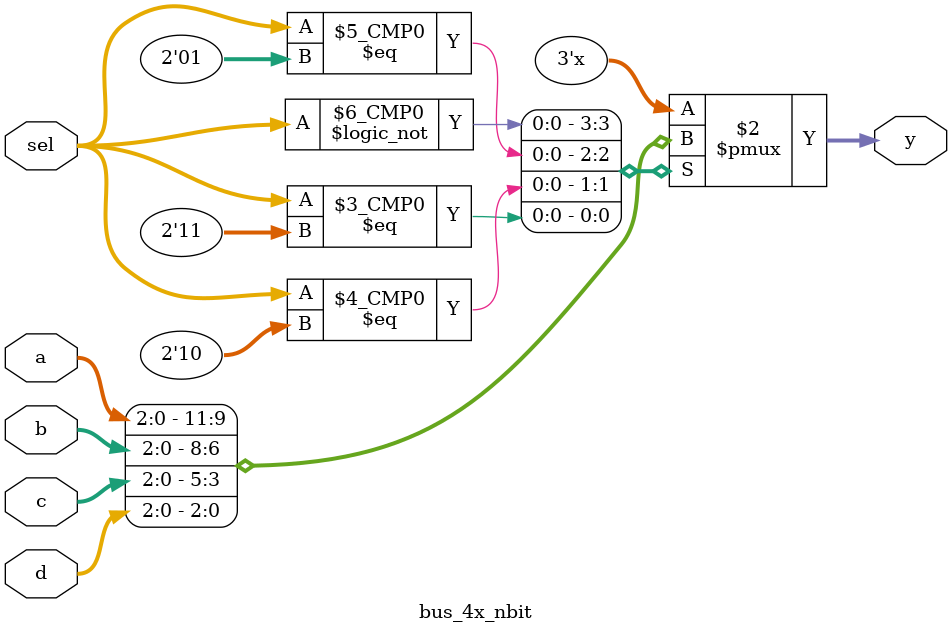
<source format=v>
module bus_4x_nbit
#(parameter BUS_WIDTH = 3)
(input [BUS_WIDTH-1:0] a, b, c, d,
 input [1:0] sel,
 output reg [BUS_WIDTH-1:0] y
);

    always @(*) begin 
        case(sel)
            2'b00 : begin y = a; end 
            2'b01 : begin y = b; end
            2'b10 : begin y = c; end 
            2'b11 : begin y = d; end
            default : begin y = a; end
        endcase
    end
endmodule
</source>
